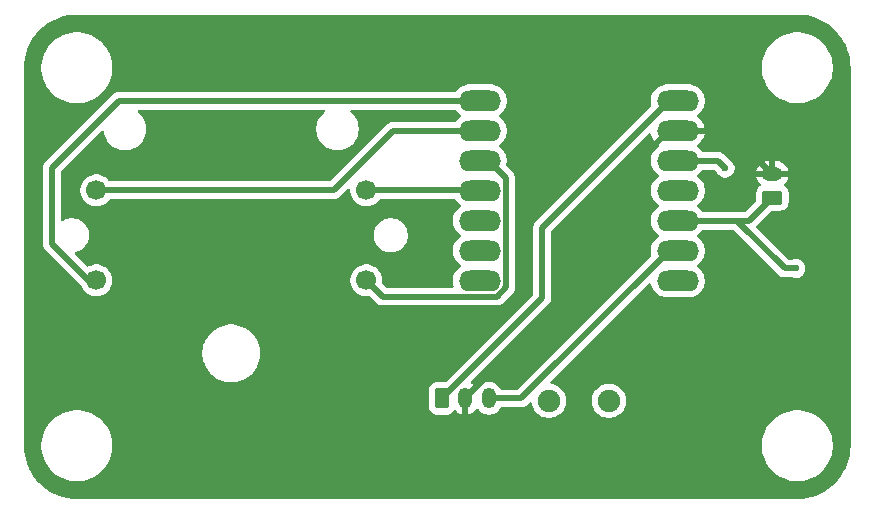
<source format=gbr>
%TF.GenerationSoftware,KiCad,Pcbnew,9.0.6*%
%TF.CreationDate,2026-02-28T16:28:42-08:00*%
%TF.ProjectId,display_new,64697370-6c61-4795-9f6e-65772e6b6963,rev?*%
%TF.SameCoordinates,Original*%
%TF.FileFunction,Copper,L2,Bot*%
%TF.FilePolarity,Positive*%
%FSLAX46Y46*%
G04 Gerber Fmt 4.6, Leading zero omitted, Abs format (unit mm)*
G04 Created by KiCad (PCBNEW 9.0.6) date 2026-02-28 16:28:42*
%MOMM*%
%LPD*%
G01*
G04 APERTURE LIST*
G04 Aperture macros list*
%AMRoundRect*
0 Rectangle with rounded corners*
0 $1 Rounding radius*
0 $2 $3 $4 $5 $6 $7 $8 $9 X,Y pos of 4 corners*
0 Add a 4 corners polygon primitive as box body*
4,1,4,$2,$3,$4,$5,$6,$7,$8,$9,$2,$3,0*
0 Add four circle primitives for the rounded corners*
1,1,$1+$1,$2,$3*
1,1,$1+$1,$4,$5*
1,1,$1+$1,$6,$7*
1,1,$1+$1,$8,$9*
0 Add four rect primitives between the rounded corners*
20,1,$1+$1,$2,$3,$4,$5,0*
20,1,$1+$1,$4,$5,$6,$7,0*
20,1,$1+$1,$6,$7,$8,$9,0*
20,1,$1+$1,$8,$9,$2,$3,0*%
G04 Aperture macros list end*
%TA.AperFunction,ComponentPad*%
%ADD10O,1.750000X1.200000*%
%TD*%
%TA.AperFunction,ComponentPad*%
%ADD11RoundRect,0.250000X0.625000X-0.350000X0.625000X0.350000X-0.625000X0.350000X-0.625000X-0.350000X0*%
%TD*%
%TA.AperFunction,ComponentPad*%
%ADD12C,1.700000*%
%TD*%
%TA.AperFunction,ComponentPad*%
%ADD13RoundRect,0.250000X-0.350000X-0.625000X0.350000X-0.625000X0.350000X0.625000X-0.350000X0.625000X0*%
%TD*%
%TA.AperFunction,ComponentPad*%
%ADD14O,1.200000X1.750000*%
%TD*%
%TA.AperFunction,ComponentPad*%
%ADD15O,3.556000X1.778000*%
%TD*%
%TA.AperFunction,ComponentPad*%
%ADD16C,1.905000*%
%TD*%
%TA.AperFunction,ViaPad*%
%ADD17C,0.600000*%
%TD*%
%TA.AperFunction,Conductor*%
%ADD18C,0.500000*%
%TD*%
G04 APERTURE END LIST*
D10*
%TO.P,J2,2,Pin_2*%
%TO.N,GND*%
X154500000Y-84000000D03*
D11*
%TO.P,J2,1,Pin_1*%
%TO.N,/RESET_BTN*%
X154500000Y-86000000D03*
%TD*%
D12*
%TO.P,M1,4*%
%TO.N,/MOTOR_B2*%
X120120000Y-85380000D03*
%TO.P,M1,3*%
%TO.N,/MOTOR_B1*%
X120120000Y-93000000D03*
%TO.P,M1,2,-*%
%TO.N,/MOTOR_A2*%
X97260000Y-85380000D03*
%TO.P,M1,1*%
%TO.N,/MOTOR_A1*%
X97260000Y-93000000D03*
%TD*%
D13*
%TO.P,J1,1,Pin_1*%
%TO.N,+5V*%
X126500000Y-103000000D03*
D14*
%TO.P,J1,2,Pin_2*%
%TO.N,GND*%
X128500000Y-103000000D03*
%TO.P,J1,3,Pin_3*%
%TO.N,/NEO_DATA*%
X130500000Y-103000000D03*
%TD*%
D15*
%TO.P,U1,1,GPIO1_A0_D0*%
%TO.N,/MOTOR_A1*%
X129738000Y-77800000D03*
%TO.P,U1,2,GPIO2_A1_D1*%
%TO.N,/MOTOR_A2*%
X129738000Y-80340000D03*
%TO.P,U1,3,GPIO3_A2_D2*%
%TO.N,/MOTOR_B1*%
X129738000Y-82880000D03*
%TO.P,U1,4,GPIO4_A3_D3*%
%TO.N,/MOTOR_B2*%
X129738000Y-85420000D03*
%TO.P,U1,5,GPIO4_A3_D3_SDA*%
%TO.N,unconnected-(U1-GPIO4_A3_D3_SDA-Pad5)*%
X129738000Y-87960000D03*
%TO.P,U1,6,GPIO6_A5_D5_SCL*%
%TO.N,unconnected-(U1-GPIO6_A5_D5_SCL-Pad6)*%
X129738000Y-90500000D03*
%TO.P,U1,7,GPIO43_TX_D6*%
%TO.N,unconnected-(U1-GPIO43_TX_D6-Pad7)*%
X129738000Y-93040000D03*
%TO.P,U1,8,GPIO44_D7_RX*%
%TO.N,unconnected-(U1-GPIO44_D7_RX-Pad8)*%
X146502000Y-93040000D03*
%TO.P,U1,9,GPIO7_A8_D8_SCK*%
%TO.N,/NEO_DATA*%
X146502000Y-90500000D03*
%TO.P,U1,10,GPIO8_A9_D9_CIPO*%
%TO.N,/RESET_BTN*%
X146502000Y-87960000D03*
%TO.P,U1,11,GPIO9_A10_D10_COPI*%
%TO.N,unconnected-(U1-GPIO9_A10_D10_COPI-Pad11)*%
X146502000Y-85420000D03*
%TO.P,U1,12,3V3*%
%TO.N,+3V3*%
X146502000Y-82880000D03*
%TO.P,U1,13,GND*%
%TO.N,GND*%
X146502000Y-80340000D03*
%TO.P,U1,14,5V*%
%TO.N,+5V*%
X146502000Y-77800000D03*
D16*
%TO.P,U1,15,+BATT*%
%TO.N,unconnected-(U1-+BATT-Pad15)*%
X135580000Y-103200000D03*
%TO.P,U1,16,-BATT*%
%TO.N,unconnected-(U1--BATT-Pad16)*%
X140660000Y-103200000D03*
%TD*%
D17*
%TO.N,/RESET_BTN*%
X156500000Y-92000000D03*
%TO.N,+3V3*%
X150500000Y-83500000D03*
%TD*%
D18*
%TO.N,/RESET_BTN*%
X145740000Y-87960000D02*
X151500000Y-87960000D01*
X155540000Y-92000000D02*
X151500000Y-87960000D01*
X156500000Y-92000000D02*
X155540000Y-92000000D01*
%TO.N,+3V3*%
X149880000Y-82880000D02*
X150500000Y-83500000D01*
X145740000Y-82880000D02*
X149880000Y-82880000D01*
%TO.N,/RESET_BTN*%
X151500000Y-87960000D02*
X152540000Y-87960000D01*
X152540000Y-87960000D02*
X154500000Y-86000000D01*
%TO.N,GND*%
X145740000Y-80340000D02*
X150840000Y-80340000D01*
X150840000Y-80340000D02*
X154500000Y-84000000D01*
%TO.N,/NEO_DATA*%
X145740000Y-90500000D02*
X133240000Y-103000000D01*
X133240000Y-103000000D02*
X130500000Y-103000000D01*
%TO.N,GND*%
X145740000Y-80340000D02*
X144000000Y-82080000D01*
X144000000Y-82080000D02*
X144000000Y-87500000D01*
X144000000Y-87500000D02*
X128500000Y-103000000D01*
%TO.N,+5V*%
X145740000Y-77800000D02*
X135000000Y-88540000D01*
X135000000Y-88540000D02*
X135000000Y-94500000D01*
X135000000Y-94500000D02*
X126500000Y-103000000D01*
%TO.N,GND*%
X145900000Y-80500000D02*
X145740000Y-80340000D01*
%TO.N,/MOTOR_B1*%
X130500000Y-82880000D02*
X131967000Y-84347000D01*
X131967000Y-84347000D02*
X131967000Y-93595046D01*
X131182046Y-94380000D02*
X121500000Y-94380000D01*
X131967000Y-93595046D02*
X131182046Y-94380000D01*
X121500000Y-94380000D02*
X120120000Y-93000000D01*
%TO.N,/MOTOR_B2*%
X130500000Y-85420000D02*
X130460000Y-85380000D01*
X130460000Y-85380000D02*
X120120000Y-85380000D01*
%TO.N,/MOTOR_A1*%
X130500000Y-77800000D02*
X99179447Y-77800000D01*
X99179447Y-77800000D02*
X93489000Y-83490447D01*
X93489000Y-83490447D02*
X93489000Y-89894578D01*
X93489000Y-89894578D02*
X96594422Y-93000000D01*
X96594422Y-93000000D02*
X97260000Y-93000000D01*
%TO.N,/MOTOR_A2*%
X97260000Y-85380000D02*
X117359447Y-85380000D01*
X117359447Y-85380000D02*
X122399447Y-80340000D01*
X122399447Y-80340000D02*
X130500000Y-80340000D01*
%TD*%
%TA.AperFunction,Conductor*%
%TO.N,GND*%
G36*
X144173093Y-80530786D02*
G01*
X144229026Y-80572658D01*
X144252232Y-80627568D01*
X144258202Y-80665260D01*
X144325761Y-80873188D01*
X144325762Y-80873191D01*
X144425023Y-81067998D01*
X144553524Y-81244866D01*
X144553528Y-81244871D01*
X144708128Y-81399471D01*
X144708133Y-81399475D01*
X144859394Y-81509372D01*
X144902060Y-81564701D01*
X144908039Y-81634315D01*
X144875434Y-81696110D01*
X144859394Y-81710008D01*
X144707807Y-81820142D01*
X144707802Y-81820146D01*
X144553142Y-81974806D01*
X144424595Y-82151739D01*
X144325298Y-82346616D01*
X144325297Y-82346619D01*
X144257714Y-82554623D01*
X144223500Y-82770638D01*
X144223500Y-82989361D01*
X144257714Y-83205376D01*
X144325297Y-83413380D01*
X144325298Y-83413383D01*
X144424595Y-83608260D01*
X144553142Y-83785193D01*
X144707806Y-83939857D01*
X144858969Y-84049682D01*
X144901635Y-84105011D01*
X144907614Y-84174625D01*
X144875009Y-84236420D01*
X144858969Y-84250318D01*
X144707806Y-84360142D01*
X144553142Y-84514806D01*
X144424595Y-84691739D01*
X144325298Y-84886616D01*
X144325297Y-84886619D01*
X144257714Y-85094623D01*
X144223500Y-85310638D01*
X144223500Y-85529361D01*
X144257714Y-85745376D01*
X144325297Y-85953380D01*
X144325298Y-85953383D01*
X144372021Y-86045080D01*
X144419850Y-86138949D01*
X144424595Y-86148260D01*
X144553142Y-86325193D01*
X144707806Y-86479857D01*
X144858969Y-86589682D01*
X144901635Y-86645011D01*
X144907614Y-86714625D01*
X144875009Y-86776420D01*
X144858969Y-86790318D01*
X144707806Y-86900142D01*
X144553142Y-87054806D01*
X144424595Y-87231739D01*
X144325298Y-87426616D01*
X144325297Y-87426619D01*
X144257714Y-87634623D01*
X144223500Y-87850638D01*
X144223500Y-88069361D01*
X144257714Y-88285376D01*
X144325297Y-88493380D01*
X144325298Y-88493383D01*
X144424595Y-88688260D01*
X144553142Y-88865193D01*
X144707806Y-89019857D01*
X144858969Y-89129682D01*
X144901635Y-89185011D01*
X144907614Y-89254625D01*
X144875009Y-89316420D01*
X144858969Y-89330318D01*
X144707806Y-89440142D01*
X144553142Y-89594806D01*
X144424595Y-89771739D01*
X144325298Y-89966616D01*
X144325297Y-89966619D01*
X144257714Y-90174623D01*
X144223500Y-90390638D01*
X144223500Y-90609361D01*
X144257714Y-90825375D01*
X144258853Y-90830121D01*
X144257810Y-90830371D01*
X144259658Y-90895060D01*
X144227413Y-90951218D01*
X132965451Y-102213181D01*
X132904128Y-102246666D01*
X132877770Y-102249500D01*
X131568827Y-102249500D01*
X131501788Y-102229815D01*
X131458343Y-102181795D01*
X131441232Y-102148212D01*
X131441230Y-102148209D01*
X131441229Y-102148207D01*
X131400185Y-102091716D01*
X131339414Y-102008072D01*
X131216928Y-101885586D01*
X131076788Y-101783768D01*
X130922445Y-101705127D01*
X130757701Y-101651598D01*
X130757699Y-101651597D01*
X130757698Y-101651597D01*
X130626271Y-101630781D01*
X130586611Y-101624500D01*
X130413389Y-101624500D01*
X130373728Y-101630781D01*
X130242302Y-101651597D01*
X130077552Y-101705128D01*
X129923211Y-101783768D01*
X129843256Y-101841859D01*
X129783072Y-101885586D01*
X129783070Y-101885588D01*
X129783069Y-101885588D01*
X129660585Y-102008072D01*
X129600007Y-102091450D01*
X129544677Y-102134115D01*
X129475063Y-102140093D01*
X129413269Y-102107486D01*
X129399371Y-102091447D01*
X129339036Y-102008401D01*
X129216602Y-101885967D01*
X129076521Y-101784194D01*
X129030282Y-101760633D01*
X128979487Y-101712658D01*
X128962692Y-101644837D01*
X128985230Y-101578702D01*
X128998886Y-101562480D01*
X135582951Y-94978416D01*
X135665084Y-94855495D01*
X135721658Y-94718913D01*
X135750500Y-94573918D01*
X135750500Y-94426083D01*
X135750500Y-88902228D01*
X135770185Y-88835189D01*
X135786814Y-88814552D01*
X144042080Y-80559285D01*
X144103401Y-80525802D01*
X144173093Y-80530786D01*
G37*
%TD.AperFunction*%
%TA.AperFunction,Conductor*%
G36*
X156622702Y-70500617D02*
G01*
X157006771Y-70517386D01*
X157017506Y-70518326D01*
X157395971Y-70568152D01*
X157406597Y-70570025D01*
X157779284Y-70652648D01*
X157789710Y-70655442D01*
X158153765Y-70770227D01*
X158163911Y-70773920D01*
X158516578Y-70920000D01*
X158526369Y-70924566D01*
X158864942Y-71100816D01*
X158874310Y-71106224D01*
X159196244Y-71311318D01*
X159205105Y-71317523D01*
X159507930Y-71549889D01*
X159516217Y-71556843D01*
X159797635Y-71814715D01*
X159805284Y-71822364D01*
X160063156Y-72103782D01*
X160070110Y-72112069D01*
X160302476Y-72414894D01*
X160308681Y-72423755D01*
X160513775Y-72745689D01*
X160519183Y-72755057D01*
X160695430Y-73093623D01*
X160700002Y-73103427D01*
X160846075Y-73456078D01*
X160849775Y-73466244D01*
X160964554Y-73830278D01*
X160967354Y-73840727D01*
X161049971Y-74213389D01*
X161051849Y-74224042D01*
X161101671Y-74602473D01*
X161102614Y-74613249D01*
X161119382Y-74997297D01*
X161119500Y-75002706D01*
X161119500Y-106997293D01*
X161119382Y-107002702D01*
X161102614Y-107386750D01*
X161101671Y-107397526D01*
X161051849Y-107775957D01*
X161049971Y-107786610D01*
X160967354Y-108159272D01*
X160964554Y-108169721D01*
X160849775Y-108533755D01*
X160846075Y-108543921D01*
X160700002Y-108896572D01*
X160695430Y-108906376D01*
X160519183Y-109244942D01*
X160513775Y-109254310D01*
X160308681Y-109576244D01*
X160302476Y-109585105D01*
X160070110Y-109887930D01*
X160063156Y-109896217D01*
X159805284Y-110177635D01*
X159797635Y-110185284D01*
X159516217Y-110443156D01*
X159507930Y-110450110D01*
X159205105Y-110682476D01*
X159196244Y-110688681D01*
X158874310Y-110893775D01*
X158864942Y-110899183D01*
X158526376Y-111075430D01*
X158516572Y-111080002D01*
X158163921Y-111226075D01*
X158153755Y-111229775D01*
X157789721Y-111344554D01*
X157779272Y-111347354D01*
X157406610Y-111429971D01*
X157395957Y-111431849D01*
X157017526Y-111481671D01*
X157006750Y-111482614D01*
X156622703Y-111499382D01*
X156617294Y-111499500D01*
X95622706Y-111499500D01*
X95617297Y-111499382D01*
X95233249Y-111482614D01*
X95222473Y-111481671D01*
X94844042Y-111431849D01*
X94833389Y-111429971D01*
X94460727Y-111347354D01*
X94450278Y-111344554D01*
X94086244Y-111229775D01*
X94076078Y-111226075D01*
X93723427Y-111080002D01*
X93713623Y-111075430D01*
X93375057Y-110899183D01*
X93365689Y-110893775D01*
X93043755Y-110688681D01*
X93034894Y-110682476D01*
X92732069Y-110450110D01*
X92723782Y-110443156D01*
X92442364Y-110185284D01*
X92434715Y-110177635D01*
X92176843Y-109896217D01*
X92169889Y-109887930D01*
X91937523Y-109585105D01*
X91931318Y-109576244D01*
X91726224Y-109254310D01*
X91720816Y-109244942D01*
X91590818Y-108995219D01*
X91544566Y-108906369D01*
X91539997Y-108896572D01*
X91393924Y-108543921D01*
X91390224Y-108533755D01*
X91380623Y-108503304D01*
X91275442Y-108169710D01*
X91272648Y-108159284D01*
X91190025Y-107786597D01*
X91188152Y-107775971D01*
X91138326Y-107397506D01*
X91137386Y-107386771D01*
X91120618Y-107002702D01*
X91120500Y-106997293D01*
X91120500Y-106831491D01*
X92619500Y-106831491D01*
X92619500Y-107168508D01*
X92657231Y-107503381D01*
X92657233Y-107503397D01*
X92732223Y-107831953D01*
X92732227Y-107831965D01*
X92843532Y-108150054D01*
X92989752Y-108453683D01*
X92989754Y-108453686D01*
X93169054Y-108739039D01*
X93379175Y-109002523D01*
X93617477Y-109240825D01*
X93880961Y-109450946D01*
X94166314Y-109630246D01*
X94469949Y-109776469D01*
X94708848Y-109860063D01*
X94788034Y-109887772D01*
X94788046Y-109887776D01*
X95116606Y-109962767D01*
X95451492Y-110000499D01*
X95451493Y-110000500D01*
X95451496Y-110000500D01*
X95788507Y-110000500D01*
X95788507Y-110000499D01*
X96123394Y-109962767D01*
X96451954Y-109887776D01*
X96770051Y-109776469D01*
X97073686Y-109630246D01*
X97359039Y-109450946D01*
X97622523Y-109240825D01*
X97860825Y-109002523D01*
X98070946Y-108739039D01*
X98250246Y-108453686D01*
X98396469Y-108150051D01*
X98507776Y-107831954D01*
X98582767Y-107503394D01*
X98620500Y-107168504D01*
X98620500Y-106831496D01*
X98620499Y-106831491D01*
X153619500Y-106831491D01*
X153619500Y-107168508D01*
X153657231Y-107503381D01*
X153657233Y-107503397D01*
X153732223Y-107831953D01*
X153732227Y-107831965D01*
X153843532Y-108150054D01*
X153989752Y-108453683D01*
X153989754Y-108453686D01*
X154169054Y-108739039D01*
X154379175Y-109002523D01*
X154617477Y-109240825D01*
X154880961Y-109450946D01*
X155166314Y-109630246D01*
X155469949Y-109776469D01*
X155708848Y-109860063D01*
X155788034Y-109887772D01*
X155788046Y-109887776D01*
X156116606Y-109962767D01*
X156451492Y-110000499D01*
X156451493Y-110000500D01*
X156451496Y-110000500D01*
X156788507Y-110000500D01*
X156788507Y-110000499D01*
X157123394Y-109962767D01*
X157451954Y-109887776D01*
X157770051Y-109776469D01*
X158073686Y-109630246D01*
X158359039Y-109450946D01*
X158622523Y-109240825D01*
X158860825Y-109002523D01*
X159070946Y-108739039D01*
X159250246Y-108453686D01*
X159396469Y-108150051D01*
X159507776Y-107831954D01*
X159582767Y-107503394D01*
X159620500Y-107168504D01*
X159620500Y-106831496D01*
X159582767Y-106496606D01*
X159507776Y-106168046D01*
X159396469Y-105849949D01*
X159250246Y-105546314D01*
X159070946Y-105260961D01*
X158860825Y-104997477D01*
X158622523Y-104759175D01*
X158359039Y-104549054D01*
X158082829Y-104375499D01*
X158073683Y-104369752D01*
X157770054Y-104223532D01*
X157451965Y-104112227D01*
X157451953Y-104112223D01*
X157123397Y-104037233D01*
X157123381Y-104037231D01*
X156788508Y-103999500D01*
X156788504Y-103999500D01*
X156451496Y-103999500D01*
X156451491Y-103999500D01*
X156116618Y-104037231D01*
X156116602Y-104037233D01*
X155788046Y-104112223D01*
X155788034Y-104112227D01*
X155469945Y-104223532D01*
X155166316Y-104369752D01*
X154880962Y-104549053D01*
X154617477Y-104759174D01*
X154379174Y-104997477D01*
X154169053Y-105260962D01*
X153989752Y-105546316D01*
X153843532Y-105849945D01*
X153732227Y-106168034D01*
X153732223Y-106168046D01*
X153657233Y-106496602D01*
X153657231Y-106496618D01*
X153619500Y-106831491D01*
X98620499Y-106831491D01*
X98582767Y-106496606D01*
X98507776Y-106168046D01*
X98396469Y-105849949D01*
X98250246Y-105546314D01*
X98070946Y-105260961D01*
X97860825Y-104997477D01*
X97622523Y-104759175D01*
X97359039Y-104549054D01*
X97082829Y-104375499D01*
X97073683Y-104369752D01*
X96770054Y-104223532D01*
X96451965Y-104112227D01*
X96451953Y-104112223D01*
X96123397Y-104037233D01*
X96123381Y-104037231D01*
X95788508Y-103999500D01*
X95788504Y-103999500D01*
X95451496Y-103999500D01*
X95451491Y-103999500D01*
X95116618Y-104037231D01*
X95116602Y-104037233D01*
X94788046Y-104112223D01*
X94788034Y-104112227D01*
X94469945Y-104223532D01*
X94166316Y-104369752D01*
X93880962Y-104549053D01*
X93617477Y-104759174D01*
X93379174Y-104997477D01*
X93169053Y-105260962D01*
X92989752Y-105546316D01*
X92843532Y-105849945D01*
X92732227Y-106168034D01*
X92732223Y-106168046D01*
X92657233Y-106496602D01*
X92657231Y-106496618D01*
X92619500Y-106831491D01*
X91120500Y-106831491D01*
X91120500Y-102324983D01*
X125399500Y-102324983D01*
X125399500Y-103675001D01*
X125399501Y-103675018D01*
X125410000Y-103777796D01*
X125410001Y-103777799D01*
X125437209Y-103859905D01*
X125465186Y-103944334D01*
X125557288Y-104093656D01*
X125681344Y-104217712D01*
X125830666Y-104309814D01*
X125997203Y-104364999D01*
X126099991Y-104375500D01*
X126900008Y-104375499D01*
X126900016Y-104375498D01*
X126900019Y-104375498D01*
X126956302Y-104369748D01*
X127002797Y-104364999D01*
X127169334Y-104309814D01*
X127318656Y-104217712D01*
X127442712Y-104093656D01*
X127482581Y-104029016D01*
X127534525Y-103982294D01*
X127603488Y-103971071D01*
X127667570Y-103998914D01*
X127675799Y-104006434D01*
X127783397Y-104114032D01*
X127923475Y-104215804D01*
X128077744Y-104294408D01*
X128242415Y-104347914D01*
X128242414Y-104347914D01*
X128249999Y-104349115D01*
X128250000Y-104349114D01*
X128250000Y-103280330D01*
X128269745Y-103300075D01*
X128355255Y-103349444D01*
X128450630Y-103375000D01*
X128549370Y-103375000D01*
X128644745Y-103349444D01*
X128730255Y-103300075D01*
X128750000Y-103280330D01*
X128750000Y-104349115D01*
X128757584Y-104347914D01*
X128922255Y-104294408D01*
X129076524Y-104215804D01*
X129216602Y-104114032D01*
X129339036Y-103991598D01*
X129399371Y-103908552D01*
X129454700Y-103865886D01*
X129524313Y-103859905D01*
X129586109Y-103892510D01*
X129600008Y-103908550D01*
X129620587Y-103936874D01*
X129660586Y-103991928D01*
X129783072Y-104114414D01*
X129923212Y-104216232D01*
X130077555Y-104294873D01*
X130242299Y-104348402D01*
X130413389Y-104375500D01*
X130413390Y-104375500D01*
X130586610Y-104375500D01*
X130586611Y-104375500D01*
X130757701Y-104348402D01*
X130922445Y-104294873D01*
X131076788Y-104216232D01*
X131216928Y-104114414D01*
X131339414Y-103991928D01*
X131441232Y-103851788D01*
X131458343Y-103818204D01*
X131506315Y-103767410D01*
X131568827Y-103750500D01*
X133313920Y-103750500D01*
X133411462Y-103731096D01*
X133458913Y-103721658D01*
X133595495Y-103665084D01*
X133644729Y-103632186D01*
X133718416Y-103582952D01*
X133935777Y-103365590D01*
X133997099Y-103332106D01*
X134066790Y-103337090D01*
X134122724Y-103378961D01*
X134145930Y-103433874D01*
X134162778Y-103540246D01*
X134162778Y-103540249D01*
X134233450Y-103757755D01*
X134310284Y-103908550D01*
X134337283Y-103961538D01*
X134471714Y-104146566D01*
X134633434Y-104308286D01*
X134818462Y-104442717D01*
X135022242Y-104546548D01*
X135022244Y-104546549D01*
X135239751Y-104617221D01*
X135239752Y-104617221D01*
X135239755Y-104617222D01*
X135465646Y-104653000D01*
X135465647Y-104653000D01*
X135694353Y-104653000D01*
X135694354Y-104653000D01*
X135920245Y-104617222D01*
X135920248Y-104617221D01*
X135920249Y-104617221D01*
X136137755Y-104546549D01*
X136137755Y-104546548D01*
X136137758Y-104546548D01*
X136341538Y-104442717D01*
X136526566Y-104308286D01*
X136688286Y-104146566D01*
X136822717Y-103961538D01*
X136926548Y-103757758D01*
X136956659Y-103665086D01*
X136997221Y-103540249D01*
X136997221Y-103540248D01*
X136997222Y-103540245D01*
X137033000Y-103314354D01*
X137033000Y-103085646D01*
X139207000Y-103085646D01*
X139207000Y-103314354D01*
X139217233Y-103378961D01*
X139242778Y-103540246D01*
X139242778Y-103540249D01*
X139313450Y-103757755D01*
X139390284Y-103908550D01*
X139417283Y-103961538D01*
X139551714Y-104146566D01*
X139713434Y-104308286D01*
X139898462Y-104442717D01*
X140102242Y-104546548D01*
X140102244Y-104546549D01*
X140319751Y-104617221D01*
X140319752Y-104617221D01*
X140319755Y-104617222D01*
X140545646Y-104653000D01*
X140545647Y-104653000D01*
X140774353Y-104653000D01*
X140774354Y-104653000D01*
X141000245Y-104617222D01*
X141000248Y-104617221D01*
X141000249Y-104617221D01*
X141217755Y-104546549D01*
X141217755Y-104546548D01*
X141217758Y-104546548D01*
X141421538Y-104442717D01*
X141606566Y-104308286D01*
X141768286Y-104146566D01*
X141902717Y-103961538D01*
X142006548Y-103757758D01*
X142036659Y-103665086D01*
X142077221Y-103540249D01*
X142077221Y-103540248D01*
X142077222Y-103540245D01*
X142113000Y-103314354D01*
X142113000Y-103085646D01*
X142077222Y-102859755D01*
X142077221Y-102859751D01*
X142077221Y-102859750D01*
X142006549Y-102642244D01*
X141902716Y-102438461D01*
X141768286Y-102253434D01*
X141606566Y-102091714D01*
X141421538Y-101957283D01*
X141217755Y-101853450D01*
X141000248Y-101782778D01*
X140830826Y-101755944D01*
X140774354Y-101747000D01*
X140545646Y-101747000D01*
X140470349Y-101758926D01*
X140319753Y-101782778D01*
X140319750Y-101782778D01*
X140102244Y-101853450D01*
X139898461Y-101957283D01*
X139828561Y-102008069D01*
X139713434Y-102091714D01*
X139713432Y-102091716D01*
X139713431Y-102091716D01*
X139551716Y-102253431D01*
X139551716Y-102253432D01*
X139551714Y-102253434D01*
X139499725Y-102324991D01*
X139417283Y-102438461D01*
X139313450Y-102642244D01*
X139242778Y-102859750D01*
X139242778Y-102859753D01*
X139226763Y-102960868D01*
X139207000Y-103085646D01*
X137033000Y-103085646D01*
X136997222Y-102859755D01*
X136997221Y-102859751D01*
X136997221Y-102859750D01*
X136926549Y-102642244D01*
X136822716Y-102438461D01*
X136688286Y-102253434D01*
X136526566Y-102091714D01*
X136341538Y-101957283D01*
X136137755Y-101853450D01*
X135920247Y-101782778D01*
X135813874Y-101765930D01*
X135750739Y-101736001D01*
X135713808Y-101676689D01*
X135714806Y-101606826D01*
X135745589Y-101555778D01*
X144041643Y-93259723D01*
X144102964Y-93226240D01*
X144172656Y-93231224D01*
X144228589Y-93273096D01*
X144251795Y-93328007D01*
X144257714Y-93365376D01*
X144325297Y-93573380D01*
X144325298Y-93573383D01*
X144424595Y-93768260D01*
X144553142Y-93945193D01*
X144707806Y-94099857D01*
X144873374Y-94220147D01*
X144884743Y-94228407D01*
X145012132Y-94293315D01*
X145079616Y-94327701D01*
X145079619Y-94327702D01*
X145149786Y-94350500D01*
X145287625Y-94395286D01*
X145387672Y-94411132D01*
X145503639Y-94429500D01*
X145503644Y-94429500D01*
X147500361Y-94429500D01*
X147605082Y-94412912D01*
X147716375Y-94395286D01*
X147924383Y-94327701D01*
X148119257Y-94228407D01*
X148220228Y-94155048D01*
X148296193Y-94099857D01*
X148296195Y-94099854D01*
X148296199Y-94099852D01*
X148450852Y-93945199D01*
X148450854Y-93945195D01*
X148450857Y-93945193D01*
X148507229Y-93867601D01*
X148579407Y-93768257D01*
X148678701Y-93573383D01*
X148746286Y-93365375D01*
X148764958Y-93247484D01*
X148780500Y-93149361D01*
X148780500Y-92930638D01*
X148755015Y-92769737D01*
X148746286Y-92714625D01*
X148703504Y-92582953D01*
X148678702Y-92506619D01*
X148678701Y-92506616D01*
X148644315Y-92439132D01*
X148579407Y-92311743D01*
X148565193Y-92292179D01*
X148450857Y-92134806D01*
X148296199Y-91980148D01*
X148282080Y-91969890D01*
X148145028Y-91870316D01*
X148102364Y-91814989D01*
X148096385Y-91745376D01*
X148128990Y-91683580D01*
X148145023Y-91669686D01*
X148296199Y-91559852D01*
X148450852Y-91405199D01*
X148450854Y-91405195D01*
X148450857Y-91405193D01*
X148570830Y-91240062D01*
X148579407Y-91228257D01*
X148678701Y-91033383D01*
X148746286Y-90825375D01*
X148763912Y-90714082D01*
X148780500Y-90609361D01*
X148780500Y-90390638D01*
X148758235Y-90250066D01*
X148746286Y-90174625D01*
X148712493Y-90070621D01*
X148678702Y-89966619D01*
X148678701Y-89966616D01*
X148644315Y-89899132D01*
X148579407Y-89771743D01*
X148561284Y-89746799D01*
X148450857Y-89594806D01*
X148296199Y-89440148D01*
X148296191Y-89440142D01*
X148145028Y-89330316D01*
X148102364Y-89274989D01*
X148096385Y-89205376D01*
X148128990Y-89143580D01*
X148145023Y-89129686D01*
X148296199Y-89019852D01*
X148450852Y-88865199D01*
X148526111Y-88761613D01*
X148581439Y-88718949D01*
X148626428Y-88710500D01*
X151137770Y-88710500D01*
X151204809Y-88730185D01*
X151225451Y-88746819D01*
X155061578Y-92582947D01*
X155061585Y-92582953D01*
X155119704Y-92621786D01*
X155119706Y-92621787D01*
X155119709Y-92621789D01*
X155184505Y-92665084D01*
X155184506Y-92665084D01*
X155184507Y-92665085D01*
X155229593Y-92683760D01*
X155321087Y-92721658D01*
X155321091Y-92721658D01*
X155321092Y-92721659D01*
X155466079Y-92750500D01*
X155466082Y-92750500D01*
X155466083Y-92750500D01*
X155613918Y-92750500D01*
X156195396Y-92750500D01*
X156242844Y-92759937D01*
X156266503Y-92769737D01*
X156266508Y-92769738D01*
X156266511Y-92769739D01*
X156421153Y-92800499D01*
X156421156Y-92800500D01*
X156421158Y-92800500D01*
X156578844Y-92800500D01*
X156578845Y-92800499D01*
X156733497Y-92769737D01*
X156879179Y-92709394D01*
X157010289Y-92621789D01*
X157121789Y-92510289D01*
X157209394Y-92379179D01*
X157269737Y-92233497D01*
X157300500Y-92078842D01*
X157300500Y-91921158D01*
X157300500Y-91921155D01*
X157300499Y-91921153D01*
X157287623Y-91856420D01*
X157269737Y-91766503D01*
X157269735Y-91766498D01*
X157209397Y-91620827D01*
X157209390Y-91620814D01*
X157121789Y-91489711D01*
X157121786Y-91489707D01*
X157010292Y-91378213D01*
X157010288Y-91378210D01*
X156879185Y-91290609D01*
X156879172Y-91290602D01*
X156733501Y-91230264D01*
X156733489Y-91230261D01*
X156578845Y-91199500D01*
X156578842Y-91199500D01*
X156421158Y-91199500D01*
X156421155Y-91199500D01*
X156266511Y-91230260D01*
X156266506Y-91230262D01*
X156266504Y-91230262D01*
X156266503Y-91230263D01*
X156242844Y-91240062D01*
X156195396Y-91249500D01*
X155902230Y-91249500D01*
X155835191Y-91229815D01*
X155814549Y-91213181D01*
X153169048Y-88567680D01*
X153135563Y-88506357D01*
X153140547Y-88436665D01*
X153169048Y-88392318D01*
X154424548Y-87136818D01*
X154485871Y-87103333D01*
X154512229Y-87100499D01*
X155175002Y-87100499D01*
X155175008Y-87100499D01*
X155277797Y-87089999D01*
X155444334Y-87034814D01*
X155593656Y-86942712D01*
X155717712Y-86818656D01*
X155809814Y-86669334D01*
X155864999Y-86502797D01*
X155875500Y-86400009D01*
X155875499Y-85599992D01*
X155868283Y-85529356D01*
X155864999Y-85497203D01*
X155864998Y-85497200D01*
X155809817Y-85330676D01*
X155809814Y-85330666D01*
X155717712Y-85181344D01*
X155593656Y-85057288D01*
X155593655Y-85057287D01*
X155529019Y-85017420D01*
X155482294Y-84965472D01*
X155471071Y-84896510D01*
X155498914Y-84832428D01*
X155506434Y-84824199D01*
X155614035Y-84716598D01*
X155715804Y-84576524D01*
X155794408Y-84422255D01*
X155847914Y-84257584D01*
X155849115Y-84250000D01*
X154780330Y-84250000D01*
X154800075Y-84230255D01*
X154849444Y-84144745D01*
X154875000Y-84049370D01*
X154875000Y-83950630D01*
X154849444Y-83855255D01*
X154800075Y-83769745D01*
X154780330Y-83750000D01*
X155849115Y-83750000D01*
X155849115Y-83749999D01*
X155847914Y-83742415D01*
X155794408Y-83577744D01*
X155715804Y-83423475D01*
X155614032Y-83283397D01*
X155491602Y-83160967D01*
X155351524Y-83059195D01*
X155197257Y-82980591D01*
X155032584Y-82927085D01*
X154861571Y-82900000D01*
X154750000Y-82900000D01*
X154750000Y-83719670D01*
X154730255Y-83699925D01*
X154644745Y-83650556D01*
X154549370Y-83625000D01*
X154450630Y-83625000D01*
X154355255Y-83650556D01*
X154269745Y-83699925D01*
X154250000Y-83719670D01*
X154250000Y-82900000D01*
X154138429Y-82900000D01*
X153967415Y-82927085D01*
X153802742Y-82980591D01*
X153648475Y-83059195D01*
X153508397Y-83160967D01*
X153385967Y-83283397D01*
X153284195Y-83423475D01*
X153205591Y-83577744D01*
X153152085Y-83742415D01*
X153150884Y-83749999D01*
X153150885Y-83750000D01*
X154219670Y-83750000D01*
X154199925Y-83769745D01*
X154150556Y-83855255D01*
X154125000Y-83950630D01*
X154125000Y-84049370D01*
X154150556Y-84144745D01*
X154199925Y-84230255D01*
X154219670Y-84250000D01*
X153150885Y-84250000D01*
X153152085Y-84257584D01*
X153205591Y-84422255D01*
X153284195Y-84576524D01*
X153385967Y-84716602D01*
X153493565Y-84824200D01*
X153527050Y-84885523D01*
X153522066Y-84955215D01*
X153480194Y-85011148D01*
X153470981Y-85017420D01*
X153406342Y-85057289D01*
X153282289Y-85181342D01*
X153190187Y-85330663D01*
X153190185Y-85330668D01*
X153162349Y-85414670D01*
X153135001Y-85497203D01*
X153135001Y-85497204D01*
X153135000Y-85497204D01*
X153124500Y-85599983D01*
X153124500Y-86262769D01*
X153104815Y-86329808D01*
X153088181Y-86350450D01*
X152265451Y-87173181D01*
X152204128Y-87206666D01*
X152177770Y-87209500D01*
X148626428Y-87209500D01*
X148559389Y-87189815D01*
X148526111Y-87158387D01*
X148450852Y-87054801D01*
X148296199Y-86900148D01*
X148145028Y-86790316D01*
X148102364Y-86734989D01*
X148096385Y-86665376D01*
X148128990Y-86603580D01*
X148145023Y-86589686D01*
X148296199Y-86479852D01*
X148450852Y-86325199D01*
X148450854Y-86325195D01*
X148450857Y-86325193D01*
X148555171Y-86181615D01*
X148579407Y-86148257D01*
X148678701Y-85953383D01*
X148746286Y-85745375D01*
X148763912Y-85634082D01*
X148780500Y-85529361D01*
X148780500Y-85310638D01*
X148760021Y-85181342D01*
X148746286Y-85094625D01*
X148686299Y-84910001D01*
X148678702Y-84886619D01*
X148678701Y-84886616D01*
X148592071Y-84716598D01*
X148579407Y-84691743D01*
X148565193Y-84672179D01*
X148450857Y-84514806D01*
X148296199Y-84360148D01*
X148281466Y-84349444D01*
X148145028Y-84250316D01*
X148102364Y-84194989D01*
X148096385Y-84125376D01*
X148128990Y-84063580D01*
X148145023Y-84049686D01*
X148296199Y-83939852D01*
X148450852Y-83785199D01*
X148526111Y-83681613D01*
X148581439Y-83638949D01*
X148626428Y-83630500D01*
X149517770Y-83630500D01*
X149547210Y-83639144D01*
X149577197Y-83645668D01*
X149582212Y-83649422D01*
X149584809Y-83650185D01*
X149605451Y-83666819D01*
X149753927Y-83815295D01*
X149780806Y-83855521D01*
X149790606Y-83879179D01*
X149790607Y-83879181D01*
X149878207Y-84010284D01*
X149878213Y-84010292D01*
X149989707Y-84121786D01*
X149989711Y-84121789D01*
X150120814Y-84209390D01*
X150120827Y-84209397D01*
X150266498Y-84269735D01*
X150266503Y-84269737D01*
X150419021Y-84300075D01*
X150421153Y-84300499D01*
X150421156Y-84300500D01*
X150421158Y-84300500D01*
X150578844Y-84300500D01*
X150578845Y-84300499D01*
X150733497Y-84269737D01*
X150879179Y-84209394D01*
X151010289Y-84121789D01*
X151121789Y-84010289D01*
X151209394Y-83879179D01*
X151213783Y-83868584D01*
X151267204Y-83739613D01*
X151269735Y-83733501D01*
X151269737Y-83733497D01*
X151300500Y-83578842D01*
X151300500Y-83421158D01*
X151300500Y-83421155D01*
X151300499Y-83421153D01*
X151271922Y-83277488D01*
X151269737Y-83266503D01*
X151246477Y-83210347D01*
X151209397Y-83120827D01*
X151209390Y-83120814D01*
X151121789Y-82989711D01*
X151121786Y-82989707D01*
X151010292Y-82878213D01*
X151010284Y-82878207D01*
X150879181Y-82790607D01*
X150879179Y-82790606D01*
X150855521Y-82780806D01*
X150815295Y-82753927D01*
X150358421Y-82297052D01*
X150358420Y-82297051D01*
X150268724Y-82237119D01*
X150235495Y-82214916D01*
X150235488Y-82214912D01*
X150098917Y-82158343D01*
X150098907Y-82158340D01*
X149953920Y-82129500D01*
X149953918Y-82129500D01*
X148626428Y-82129500D01*
X148559389Y-82109815D01*
X148526111Y-82078387D01*
X148450852Y-81974801D01*
X148296199Y-81820148D01*
X148296197Y-81820146D01*
X148296192Y-81820142D01*
X148144605Y-81710008D01*
X148101939Y-81654678D01*
X148095960Y-81585065D01*
X148128565Y-81523270D01*
X148144605Y-81509371D01*
X148295873Y-81399469D01*
X148450471Y-81244871D01*
X148450475Y-81244866D01*
X148578976Y-81067998D01*
X148678237Y-80873191D01*
X148678238Y-80873188D01*
X148745798Y-80665258D01*
X148757718Y-80590000D01*
X146626000Y-80590000D01*
X146558961Y-80570315D01*
X146513206Y-80517511D01*
X146502000Y-80466000D01*
X146502000Y-80214000D01*
X146521685Y-80146961D01*
X146574489Y-80101206D01*
X146626000Y-80090000D01*
X148757718Y-80090000D01*
X148745798Y-80014741D01*
X148678238Y-79806811D01*
X148678237Y-79806808D01*
X148578976Y-79612001D01*
X148450475Y-79435133D01*
X148450471Y-79435128D01*
X148295871Y-79280528D01*
X148295866Y-79280524D01*
X148144605Y-79170627D01*
X148101939Y-79115297D01*
X148095960Y-79045684D01*
X148128565Y-78983889D01*
X148144599Y-78969994D01*
X148296199Y-78859852D01*
X148450852Y-78705199D01*
X148450854Y-78705195D01*
X148450857Y-78705193D01*
X148510581Y-78622989D01*
X148579407Y-78528257D01*
X148678701Y-78333383D01*
X148746286Y-78125375D01*
X148766064Y-78000499D01*
X148780500Y-77909361D01*
X148780500Y-77690638D01*
X148760595Y-77564971D01*
X148746286Y-77474625D01*
X148678701Y-77266617D01*
X148678701Y-77266616D01*
X148611593Y-77134912D01*
X148579407Y-77071743D01*
X148557108Y-77041051D01*
X148450857Y-76894806D01*
X148296193Y-76740142D01*
X148119260Y-76611595D01*
X148119259Y-76611594D01*
X148119257Y-76611593D01*
X148056825Y-76579782D01*
X147924383Y-76512298D01*
X147924380Y-76512297D01*
X147716376Y-76444714D01*
X147500361Y-76410500D01*
X147500356Y-76410500D01*
X145503644Y-76410500D01*
X145503639Y-76410500D01*
X145287623Y-76444714D01*
X145079619Y-76512297D01*
X145079616Y-76512298D01*
X144884739Y-76611595D01*
X144707806Y-76740142D01*
X144553142Y-76894806D01*
X144424595Y-77071739D01*
X144325298Y-77266616D01*
X144325297Y-77266619D01*
X144257714Y-77474623D01*
X144223500Y-77690638D01*
X144223500Y-77909361D01*
X144257714Y-78125375D01*
X144258853Y-78130121D01*
X144257810Y-78130371D01*
X144259658Y-78195060D01*
X144227413Y-78251218D01*
X134417049Y-88061582D01*
X134417047Y-88061585D01*
X134402322Y-88083621D01*
X134402323Y-88083622D01*
X134334914Y-88184508D01*
X134278343Y-88321082D01*
X134278340Y-88321092D01*
X134249500Y-88466079D01*
X134249500Y-94137769D01*
X134229815Y-94204808D01*
X134213181Y-94225450D01*
X126850449Y-101588181D01*
X126789126Y-101621666D01*
X126762768Y-101624500D01*
X126099998Y-101624500D01*
X126099980Y-101624501D01*
X125997203Y-101635000D01*
X125997200Y-101635001D01*
X125830668Y-101690185D01*
X125830663Y-101690187D01*
X125681342Y-101782289D01*
X125557289Y-101906342D01*
X125465187Y-102055663D01*
X125465185Y-102055668D01*
X125439191Y-102134115D01*
X125410001Y-102222203D01*
X125410001Y-102222204D01*
X125410000Y-102222204D01*
X125399500Y-102324983D01*
X91120500Y-102324983D01*
X91120500Y-99052378D01*
X106239500Y-99052378D01*
X106239500Y-99327621D01*
X106270315Y-99601108D01*
X106270317Y-99601124D01*
X106331561Y-99869453D01*
X106331565Y-99869465D01*
X106422467Y-100129246D01*
X106541884Y-100377218D01*
X106541886Y-100377221D01*
X106688319Y-100610268D01*
X106859925Y-100825455D01*
X107054545Y-101020075D01*
X107269732Y-101191681D01*
X107502779Y-101338114D01*
X107750757Y-101457534D01*
X107945865Y-101525805D01*
X108010534Y-101548434D01*
X108010546Y-101548438D01*
X108278879Y-101609683D01*
X108552378Y-101640499D01*
X108552379Y-101640500D01*
X108552383Y-101640500D01*
X108827621Y-101640500D01*
X108827621Y-101640499D01*
X109101121Y-101609683D01*
X109369454Y-101548438D01*
X109629243Y-101457534D01*
X109877221Y-101338114D01*
X110110268Y-101191681D01*
X110325455Y-101020075D01*
X110520075Y-100825455D01*
X110691681Y-100610268D01*
X110838114Y-100377221D01*
X110957534Y-100129243D01*
X111048438Y-99869454D01*
X111109683Y-99601121D01*
X111140500Y-99327617D01*
X111140500Y-99052383D01*
X111109683Y-98778879D01*
X111048438Y-98510546D01*
X110957534Y-98250757D01*
X110838114Y-98002779D01*
X110691681Y-97769732D01*
X110520075Y-97554545D01*
X110325455Y-97359925D01*
X110110268Y-97188319D01*
X109877221Y-97041886D01*
X109877218Y-97041884D01*
X109629246Y-96922467D01*
X109369465Y-96831565D01*
X109369453Y-96831561D01*
X109101124Y-96770317D01*
X109101108Y-96770315D01*
X108827621Y-96739500D01*
X108827617Y-96739500D01*
X108552383Y-96739500D01*
X108552379Y-96739500D01*
X108278891Y-96770315D01*
X108278875Y-96770317D01*
X108010546Y-96831561D01*
X108010534Y-96831565D01*
X107750753Y-96922467D01*
X107502781Y-97041884D01*
X107269733Y-97188318D01*
X107054545Y-97359924D01*
X106859924Y-97554545D01*
X106688318Y-97769733D01*
X106541884Y-98002781D01*
X106422467Y-98250753D01*
X106331565Y-98510534D01*
X106331561Y-98510546D01*
X106270317Y-98778875D01*
X106270315Y-98778891D01*
X106239500Y-99052378D01*
X91120500Y-99052378D01*
X91120500Y-89968498D01*
X92738499Y-89968498D01*
X92767340Y-90113485D01*
X92767343Y-90113495D01*
X92823912Y-90250066D01*
X92823916Y-90250073D01*
X92844637Y-90281084D01*
X92844638Y-90281087D01*
X92844639Y-90281087D01*
X92906051Y-90372998D01*
X92906052Y-90372999D01*
X95966684Y-93433630D01*
X95996933Y-93482990D01*
X96008443Y-93518413D01*
X96104951Y-93707820D01*
X96229890Y-93879786D01*
X96380213Y-94030109D01*
X96552179Y-94155048D01*
X96552181Y-94155049D01*
X96552184Y-94155051D01*
X96741588Y-94251557D01*
X96943757Y-94317246D01*
X97153713Y-94350500D01*
X97153714Y-94350500D01*
X97366286Y-94350500D01*
X97366287Y-94350500D01*
X97576243Y-94317246D01*
X97778412Y-94251557D01*
X97967816Y-94155051D01*
X98043785Y-94099857D01*
X98139786Y-94030109D01*
X98139788Y-94030106D01*
X98139792Y-94030104D01*
X98290104Y-93879792D01*
X98290106Y-93879788D01*
X98290109Y-93879786D01*
X98415048Y-93707820D01*
X98415047Y-93707820D01*
X98415051Y-93707816D01*
X98511557Y-93518412D01*
X98577246Y-93316243D01*
X98610500Y-93106287D01*
X98610500Y-92893713D01*
X98577246Y-92683757D01*
X98511557Y-92481588D01*
X98415051Y-92292184D01*
X98415049Y-92292181D01*
X98415048Y-92292179D01*
X98290109Y-92120213D01*
X98139786Y-91969890D01*
X97967820Y-91844951D01*
X97778414Y-91748444D01*
X97778413Y-91748443D01*
X97778412Y-91748443D01*
X97576243Y-91682754D01*
X97576241Y-91682753D01*
X97576240Y-91682753D01*
X97414957Y-91657208D01*
X97366287Y-91649500D01*
X97153713Y-91649500D01*
X97105042Y-91657208D01*
X96943760Y-91682753D01*
X96741585Y-91748444D01*
X96598375Y-91821413D01*
X96529705Y-91834309D01*
X96464965Y-91808032D01*
X96454399Y-91798609D01*
X95469234Y-90813444D01*
X95435749Y-90752121D01*
X95440733Y-90682429D01*
X95482605Y-90626496D01*
X95525107Y-90606539D01*
X95525026Y-90606290D01*
X95527013Y-90605644D01*
X95527998Y-90605182D01*
X95529640Y-90604787D01*
X95529660Y-90604784D01*
X95746799Y-90534231D01*
X95950228Y-90430579D01*
X96134937Y-90296379D01*
X96296379Y-90134937D01*
X96430579Y-89950228D01*
X96534231Y-89746799D01*
X96604784Y-89529660D01*
X96615241Y-89463638D01*
X96640500Y-89304162D01*
X96640500Y-89075837D01*
X120739500Y-89075837D01*
X120739500Y-89304162D01*
X120775215Y-89529660D01*
X120845770Y-89746803D01*
X120949421Y-89950228D01*
X121083621Y-90134937D01*
X121245063Y-90296379D01*
X121429772Y-90430579D01*
X121525884Y-90479550D01*
X121633196Y-90534229D01*
X121633198Y-90534229D01*
X121633201Y-90534231D01*
X121749592Y-90572049D01*
X121850339Y-90604784D01*
X122075838Y-90640500D01*
X122075843Y-90640500D01*
X122304162Y-90640500D01*
X122529660Y-90604784D01*
X122529672Y-90604780D01*
X122746799Y-90534231D01*
X122950228Y-90430579D01*
X123134937Y-90296379D01*
X123296379Y-90134937D01*
X123430579Y-89950228D01*
X123534231Y-89746799D01*
X123604784Y-89529660D01*
X123615241Y-89463638D01*
X123640500Y-89304162D01*
X123640500Y-89075837D01*
X123604784Y-88850339D01*
X123534229Y-88633196D01*
X123430578Y-88429771D01*
X123403367Y-88392318D01*
X123296379Y-88245063D01*
X123134937Y-88083621D01*
X122950228Y-87949421D01*
X122946360Y-87947450D01*
X122746803Y-87845770D01*
X122529660Y-87775215D01*
X122304162Y-87739500D01*
X122304157Y-87739500D01*
X122075843Y-87739500D01*
X122075838Y-87739500D01*
X121850339Y-87775215D01*
X121633196Y-87845770D01*
X121429771Y-87949421D01*
X121245060Y-88083623D01*
X121083622Y-88245061D01*
X120949421Y-88429771D01*
X120845770Y-88633196D01*
X120775215Y-88850339D01*
X120739500Y-89075837D01*
X96640500Y-89075837D01*
X96604784Y-88850339D01*
X96534229Y-88633196D01*
X96430578Y-88429771D01*
X96403367Y-88392318D01*
X96296379Y-88245063D01*
X96134937Y-88083621D01*
X95950228Y-87949421D01*
X95946360Y-87947450D01*
X95746803Y-87845770D01*
X95529660Y-87775215D01*
X95304162Y-87739500D01*
X95304157Y-87739500D01*
X95075843Y-87739500D01*
X95075838Y-87739500D01*
X94850339Y-87775215D01*
X94633196Y-87845770D01*
X94429769Y-87949422D01*
X94428280Y-87950335D01*
X94427637Y-87950508D01*
X94425431Y-87951633D01*
X94425194Y-87951169D01*
X94360832Y-87968572D01*
X94294232Y-87947450D01*
X94249624Y-87893674D01*
X94239500Y-87844601D01*
X94239500Y-83852676D01*
X94259185Y-83785637D01*
X94275819Y-83764995D01*
X95962429Y-82078385D01*
X97693472Y-80347341D01*
X97754793Y-80313858D01*
X97824485Y-80318842D01*
X97880418Y-80360714D01*
X97904090Y-80418838D01*
X97920306Y-80542010D01*
X97981394Y-80769993D01*
X98071714Y-80988045D01*
X98071719Y-80988056D01*
X98130866Y-81090500D01*
X98189727Y-81192450D01*
X98189729Y-81192453D01*
X98189730Y-81192454D01*
X98333406Y-81379697D01*
X98333412Y-81379704D01*
X98500295Y-81546587D01*
X98500302Y-81546593D01*
X98582936Y-81610000D01*
X98687550Y-81690273D01*
X98818918Y-81766118D01*
X98891943Y-81808280D01*
X98891948Y-81808282D01*
X98891951Y-81808284D01*
X99110007Y-81898606D01*
X99337986Y-81959693D01*
X99571989Y-81990500D01*
X99571996Y-81990500D01*
X99808004Y-81990500D01*
X99808011Y-81990500D01*
X100042014Y-81959693D01*
X100269993Y-81898606D01*
X100488049Y-81808284D01*
X100692450Y-81690273D01*
X100879699Y-81546592D01*
X101046592Y-81379699D01*
X101190273Y-81192450D01*
X101308284Y-80988049D01*
X101398606Y-80769993D01*
X101459693Y-80542014D01*
X101490500Y-80308011D01*
X101490500Y-80071989D01*
X101459693Y-79837986D01*
X101398606Y-79610007D01*
X101308284Y-79391951D01*
X101308282Y-79391948D01*
X101308280Y-79391943D01*
X101243954Y-79280528D01*
X101190273Y-79187550D01*
X101046592Y-79000301D01*
X101046587Y-79000295D01*
X100879704Y-78833412D01*
X100879697Y-78833406D01*
X100800813Y-78772876D01*
X100759610Y-78716448D01*
X100755455Y-78646702D01*
X100789667Y-78585782D01*
X100851385Y-78553029D01*
X100876299Y-78550500D01*
X116503701Y-78550500D01*
X116570740Y-78570185D01*
X116616495Y-78622989D01*
X116626439Y-78692147D01*
X116597414Y-78755703D01*
X116579187Y-78772876D01*
X116500302Y-78833406D01*
X116500295Y-78833412D01*
X116333412Y-79000295D01*
X116333406Y-79000302D01*
X116189730Y-79187545D01*
X116071719Y-79391943D01*
X116071714Y-79391954D01*
X115981394Y-79610006D01*
X115920306Y-79837989D01*
X115889501Y-80071979D01*
X115889500Y-80071995D01*
X115889500Y-80308004D01*
X115889501Y-80308020D01*
X115920306Y-80542010D01*
X115981394Y-80769993D01*
X116071714Y-80988045D01*
X116071719Y-80988056D01*
X116130866Y-81090500D01*
X116189727Y-81192450D01*
X116189729Y-81192453D01*
X116189730Y-81192454D01*
X116333406Y-81379697D01*
X116333412Y-81379704D01*
X116500295Y-81546587D01*
X116500302Y-81546593D01*
X116582936Y-81610000D01*
X116687550Y-81690273D01*
X116818918Y-81766118D01*
X116891943Y-81808280D01*
X116891948Y-81808282D01*
X116891951Y-81808284D01*
X117110007Y-81898606D01*
X117337986Y-81959693D01*
X117571989Y-81990500D01*
X117571996Y-81990500D01*
X117808004Y-81990500D01*
X117808011Y-81990500D01*
X118042014Y-81959693D01*
X118269993Y-81898606D01*
X118488049Y-81808284D01*
X118692450Y-81690273D01*
X118879699Y-81546592D01*
X119046592Y-81379699D01*
X119190273Y-81192450D01*
X119308284Y-80988049D01*
X119398606Y-80769993D01*
X119459693Y-80542014D01*
X119490500Y-80308011D01*
X119490500Y-80071989D01*
X119459693Y-79837986D01*
X119398606Y-79610007D01*
X119308284Y-79391951D01*
X119308282Y-79391948D01*
X119308280Y-79391943D01*
X119243954Y-79280528D01*
X119190273Y-79187550D01*
X119046592Y-79000301D01*
X119046587Y-79000295D01*
X118879704Y-78833412D01*
X118879697Y-78833406D01*
X118800813Y-78772876D01*
X118759610Y-78716448D01*
X118755455Y-78646702D01*
X118789667Y-78585782D01*
X118851385Y-78553029D01*
X118876299Y-78550500D01*
X127613572Y-78550500D01*
X127680611Y-78570185D01*
X127713888Y-78601612D01*
X127746648Y-78646702D01*
X127789148Y-78705199D01*
X127943806Y-78859857D01*
X128094969Y-78969682D01*
X128137635Y-79025011D01*
X128143614Y-79094625D01*
X128111009Y-79156420D01*
X128094969Y-79170318D01*
X127943806Y-79280142D01*
X127789148Y-79434800D01*
X127755772Y-79480739D01*
X127713888Y-79538386D01*
X127658561Y-79581051D01*
X127613572Y-79589500D01*
X122325527Y-79589500D01*
X122180539Y-79618340D01*
X122180529Y-79618343D01*
X122043958Y-79674912D01*
X122043945Y-79674919D01*
X121921031Y-79757048D01*
X121921027Y-79757051D01*
X117084898Y-84593181D01*
X117023575Y-84626666D01*
X116997217Y-84629500D01*
X98447221Y-84629500D01*
X98380182Y-84609815D01*
X98346903Y-84578385D01*
X98290107Y-84500211D01*
X98139786Y-84349890D01*
X97967820Y-84224951D01*
X97778414Y-84128444D01*
X97778413Y-84128443D01*
X97778412Y-84128443D01*
X97576243Y-84062754D01*
X97576241Y-84062753D01*
X97576240Y-84062753D01*
X97414957Y-84037208D01*
X97366287Y-84029500D01*
X97153713Y-84029500D01*
X97105042Y-84037208D01*
X96943760Y-84062753D01*
X96741585Y-84128444D01*
X96552179Y-84224951D01*
X96380213Y-84349890D01*
X96229890Y-84500213D01*
X96104951Y-84672179D01*
X96008444Y-84861585D01*
X95942753Y-85063760D01*
X95909500Y-85273713D01*
X95909500Y-85486287D01*
X95942754Y-85696243D01*
X95958718Y-85745376D01*
X96008444Y-85898414D01*
X96104951Y-86087820D01*
X96229890Y-86259786D01*
X96380213Y-86410109D01*
X96552179Y-86535048D01*
X96552181Y-86535049D01*
X96552184Y-86535051D01*
X96741588Y-86631557D01*
X96943757Y-86697246D01*
X97153713Y-86730500D01*
X97153714Y-86730500D01*
X97366286Y-86730500D01*
X97366287Y-86730500D01*
X97576243Y-86697246D01*
X97778412Y-86631557D01*
X97967816Y-86535051D01*
X98043785Y-86479857D01*
X98139786Y-86410109D01*
X98139788Y-86410106D01*
X98139792Y-86410104D01*
X98290104Y-86259792D01*
X98290108Y-86259786D01*
X98346903Y-86181615D01*
X98402233Y-86138949D01*
X98447221Y-86130500D01*
X117433367Y-86130500D01*
X117530909Y-86111096D01*
X117578360Y-86101658D01*
X117714942Y-86045084D01*
X117777997Y-86002952D01*
X117837863Y-85962952D01*
X118557819Y-85242994D01*
X118619142Y-85209510D01*
X118688833Y-85214494D01*
X118744767Y-85256366D01*
X118769184Y-85321830D01*
X118769500Y-85330663D01*
X118769500Y-85486287D01*
X118802754Y-85696243D01*
X118818718Y-85745376D01*
X118868444Y-85898414D01*
X118964951Y-86087820D01*
X119089890Y-86259786D01*
X119240213Y-86410109D01*
X119412179Y-86535048D01*
X119412181Y-86535049D01*
X119412184Y-86535051D01*
X119601588Y-86631557D01*
X119803757Y-86697246D01*
X120013713Y-86730500D01*
X120013714Y-86730500D01*
X120226286Y-86730500D01*
X120226287Y-86730500D01*
X120436243Y-86697246D01*
X120638412Y-86631557D01*
X120827816Y-86535051D01*
X120903785Y-86479857D01*
X120999786Y-86410109D01*
X120999788Y-86410106D01*
X120999792Y-86410104D01*
X121150104Y-86259792D01*
X121150108Y-86259786D01*
X121206903Y-86181615D01*
X121262233Y-86138949D01*
X121307221Y-86130500D01*
X127584510Y-86130500D01*
X127651549Y-86150185D01*
X127684828Y-86181615D01*
X127789142Y-86325192D01*
X127789146Y-86325197D01*
X127943806Y-86479857D01*
X128094969Y-86589682D01*
X128137635Y-86645011D01*
X128143614Y-86714625D01*
X128111009Y-86776420D01*
X128094969Y-86790318D01*
X127943806Y-86900142D01*
X127789142Y-87054806D01*
X127660595Y-87231739D01*
X127561298Y-87426616D01*
X127561297Y-87426619D01*
X127493714Y-87634623D01*
X127459500Y-87850638D01*
X127459500Y-88069361D01*
X127493714Y-88285376D01*
X127561297Y-88493380D01*
X127561298Y-88493383D01*
X127660595Y-88688260D01*
X127789142Y-88865193D01*
X127943806Y-89019857D01*
X128094969Y-89129682D01*
X128137635Y-89185011D01*
X128143614Y-89254625D01*
X128111009Y-89316420D01*
X128094969Y-89330318D01*
X127943806Y-89440142D01*
X127789142Y-89594806D01*
X127660595Y-89771739D01*
X127561298Y-89966616D01*
X127561297Y-89966619D01*
X127493714Y-90174623D01*
X127459500Y-90390638D01*
X127459500Y-90609361D01*
X127493714Y-90825376D01*
X127561297Y-91033380D01*
X127561298Y-91033383D01*
X127628782Y-91165825D01*
X127652911Y-91213181D01*
X127660595Y-91228260D01*
X127789142Y-91405193D01*
X127943806Y-91559857D01*
X128094969Y-91669682D01*
X128137635Y-91725011D01*
X128143614Y-91794625D01*
X128111009Y-91856420D01*
X128094969Y-91870318D01*
X127943806Y-91980142D01*
X127789142Y-92134806D01*
X127660595Y-92311739D01*
X127561298Y-92506616D01*
X127561297Y-92506619D01*
X127493714Y-92714623D01*
X127459500Y-92930638D01*
X127459500Y-93149361D01*
X127493714Y-93365378D01*
X127526792Y-93467183D01*
X127528787Y-93537024D01*
X127492706Y-93596856D01*
X127430005Y-93627684D01*
X127408861Y-93629500D01*
X121862230Y-93629500D01*
X121795191Y-93609815D01*
X121774549Y-93593181D01*
X121490175Y-93308807D01*
X121456690Y-93247484D01*
X121455383Y-93201728D01*
X121470500Y-93106285D01*
X121470500Y-92893713D01*
X121450864Y-92769737D01*
X121437246Y-92683757D01*
X121371557Y-92481588D01*
X121275051Y-92292184D01*
X121275049Y-92292181D01*
X121275048Y-92292179D01*
X121150109Y-92120213D01*
X120999786Y-91969890D01*
X120827820Y-91844951D01*
X120638414Y-91748444D01*
X120638413Y-91748443D01*
X120638412Y-91748443D01*
X120436243Y-91682754D01*
X120436241Y-91682753D01*
X120436240Y-91682753D01*
X120274957Y-91657208D01*
X120226287Y-91649500D01*
X120013713Y-91649500D01*
X119965042Y-91657208D01*
X119803760Y-91682753D01*
X119601585Y-91748444D01*
X119412179Y-91844951D01*
X119240213Y-91969890D01*
X119089890Y-92120213D01*
X118964951Y-92292179D01*
X118868444Y-92481585D01*
X118802753Y-92683760D01*
X118769500Y-92893713D01*
X118769500Y-93106286D01*
X118791863Y-93247484D01*
X118802754Y-93316243D01*
X118847735Y-93454681D01*
X118868444Y-93518414D01*
X118964951Y-93707820D01*
X119089890Y-93879786D01*
X119240213Y-94030109D01*
X119412179Y-94155048D01*
X119412181Y-94155049D01*
X119412184Y-94155051D01*
X119601588Y-94251557D01*
X119803757Y-94317246D01*
X120013713Y-94350500D01*
X120013714Y-94350500D01*
X120226286Y-94350500D01*
X120226287Y-94350500D01*
X120321728Y-94335383D01*
X120391021Y-94344337D01*
X120428807Y-94370175D01*
X121021586Y-94962954D01*
X121044422Y-94978211D01*
X121095270Y-95012186D01*
X121144505Y-95045084D01*
X121201080Y-95068518D01*
X121281088Y-95101659D01*
X121397241Y-95124763D01*
X121416468Y-95128587D01*
X121426081Y-95130500D01*
X121426082Y-95130500D01*
X131255966Y-95130500D01*
X131353508Y-95111096D01*
X131400959Y-95101658D01*
X131537541Y-95045084D01*
X131586775Y-95012186D01*
X131660462Y-94962952D01*
X132549952Y-94073461D01*
X132592526Y-94009744D01*
X132632084Y-93950541D01*
X132661389Y-93879792D01*
X132688659Y-93813958D01*
X132717500Y-93668963D01*
X132717500Y-93521128D01*
X132717500Y-84273082D01*
X132717500Y-84273079D01*
X132688659Y-84128092D01*
X132688658Y-84128091D01*
X132688658Y-84128087D01*
X132663938Y-84068407D01*
X132632087Y-83991511D01*
X132632080Y-83991498D01*
X132549952Y-83868585D01*
X132499186Y-83817819D01*
X132445416Y-83764049D01*
X132012586Y-83331219D01*
X131979101Y-83269896D01*
X131982085Y-83210347D01*
X131981147Y-83210122D01*
X131982283Y-83205383D01*
X131982286Y-83205375D01*
X132012909Y-83012030D01*
X132016500Y-82989361D01*
X132016500Y-82770638D01*
X131996595Y-82644971D01*
X131982286Y-82554625D01*
X131914701Y-82346617D01*
X131914701Y-82346616D01*
X131880315Y-82279132D01*
X131815407Y-82151743D01*
X131762110Y-82078385D01*
X131686857Y-81974806D01*
X131532199Y-81820148D01*
X131515864Y-81808280D01*
X131381028Y-81710316D01*
X131338364Y-81654989D01*
X131332385Y-81585376D01*
X131364990Y-81523580D01*
X131381023Y-81509686D01*
X131532199Y-81399852D01*
X131686852Y-81245199D01*
X131686854Y-81245195D01*
X131686857Y-81245193D01*
X131743229Y-81167601D01*
X131815407Y-81068257D01*
X131914701Y-80873383D01*
X131982286Y-80665375D01*
X131999912Y-80554082D01*
X132016500Y-80449361D01*
X132016500Y-80230638D01*
X131994224Y-80090000D01*
X131982286Y-80014625D01*
X131924894Y-79837989D01*
X131914702Y-79806619D01*
X131914701Y-79806616D01*
X131847593Y-79674912D01*
X131815407Y-79611743D01*
X131762110Y-79538385D01*
X131686857Y-79434806D01*
X131532199Y-79280148D01*
X131532191Y-79280142D01*
X131381028Y-79170316D01*
X131338364Y-79114989D01*
X131332385Y-79045376D01*
X131364990Y-78983580D01*
X131381023Y-78969686D01*
X131532199Y-78859852D01*
X131686852Y-78705199D01*
X131686854Y-78705195D01*
X131686857Y-78705193D01*
X131746581Y-78622989D01*
X131815407Y-78528257D01*
X131914701Y-78333383D01*
X131982286Y-78125375D01*
X132002064Y-78000499D01*
X132016500Y-77909361D01*
X132016500Y-77690638D01*
X131996595Y-77564971D01*
X131982286Y-77474625D01*
X131914701Y-77266617D01*
X131914701Y-77266616D01*
X131847593Y-77134912D01*
X131815407Y-77071743D01*
X131793108Y-77041051D01*
X131686857Y-76894806D01*
X131532193Y-76740142D01*
X131355260Y-76611595D01*
X131355259Y-76611594D01*
X131355257Y-76611593D01*
X131292825Y-76579782D01*
X131160383Y-76512298D01*
X131160380Y-76512297D01*
X130952376Y-76444714D01*
X130736361Y-76410500D01*
X130736356Y-76410500D01*
X128739644Y-76410500D01*
X128739639Y-76410500D01*
X128523623Y-76444714D01*
X128315619Y-76512297D01*
X128315616Y-76512298D01*
X128120739Y-76611595D01*
X127943806Y-76740142D01*
X127789148Y-76894800D01*
X127789144Y-76894806D01*
X127713888Y-76998386D01*
X127658561Y-77041051D01*
X127613572Y-77049500D01*
X99105527Y-77049500D01*
X98960539Y-77078340D01*
X98960529Y-77078343D01*
X98823958Y-77134912D01*
X98823945Y-77134919D01*
X98701031Y-77217048D01*
X98701027Y-77217051D01*
X92906048Y-83012030D01*
X92881478Y-83048802D01*
X92857072Y-83085331D01*
X92823914Y-83134954D01*
X92823913Y-83134956D01*
X92767343Y-83271529D01*
X92767340Y-83271539D01*
X92738500Y-83416526D01*
X92738500Y-83416529D01*
X92738500Y-89968496D01*
X92738500Y-89968498D01*
X92738499Y-89968498D01*
X91120500Y-89968498D01*
X91120500Y-75002706D01*
X91120618Y-74997297D01*
X91127857Y-74831491D01*
X92619500Y-74831491D01*
X92619500Y-75168508D01*
X92657231Y-75503381D01*
X92657233Y-75503397D01*
X92732223Y-75831953D01*
X92732227Y-75831965D01*
X92843532Y-76150054D01*
X92989752Y-76453683D01*
X93026583Y-76512299D01*
X93169054Y-76739039D01*
X93379175Y-77002523D01*
X93617477Y-77240825D01*
X93880961Y-77450946D01*
X94166314Y-77630246D01*
X94469949Y-77776469D01*
X94708848Y-77860063D01*
X94788034Y-77887772D01*
X94788046Y-77887776D01*
X95116606Y-77962767D01*
X95451492Y-78000499D01*
X95451493Y-78000500D01*
X95451496Y-78000500D01*
X95788507Y-78000500D01*
X95788507Y-78000499D01*
X96123394Y-77962767D01*
X96451954Y-77887776D01*
X96770051Y-77776469D01*
X97073686Y-77630246D01*
X97359039Y-77450946D01*
X97622523Y-77240825D01*
X97860825Y-77002523D01*
X98070946Y-76739039D01*
X98250246Y-76453686D01*
X98396469Y-76150051D01*
X98507776Y-75831954D01*
X98582767Y-75503394D01*
X98620500Y-75168504D01*
X98620500Y-74831496D01*
X98620499Y-74831491D01*
X153619500Y-74831491D01*
X153619500Y-75168508D01*
X153657231Y-75503381D01*
X153657233Y-75503397D01*
X153732223Y-75831953D01*
X153732227Y-75831965D01*
X153843532Y-76150054D01*
X153989752Y-76453683D01*
X154026583Y-76512299D01*
X154169054Y-76739039D01*
X154379175Y-77002523D01*
X154617477Y-77240825D01*
X154880961Y-77450946D01*
X155166314Y-77630246D01*
X155469949Y-77776469D01*
X155708848Y-77860063D01*
X155788034Y-77887772D01*
X155788046Y-77887776D01*
X156116606Y-77962767D01*
X156451492Y-78000499D01*
X156451493Y-78000500D01*
X156451496Y-78000500D01*
X156788507Y-78000500D01*
X156788507Y-78000499D01*
X157123394Y-77962767D01*
X157451954Y-77887776D01*
X157770051Y-77776469D01*
X158073686Y-77630246D01*
X158359039Y-77450946D01*
X158622523Y-77240825D01*
X158860825Y-77002523D01*
X159070946Y-76739039D01*
X159250246Y-76453686D01*
X159396469Y-76150051D01*
X159507776Y-75831954D01*
X159582767Y-75503394D01*
X159620500Y-75168504D01*
X159620500Y-74831496D01*
X159582767Y-74496606D01*
X159507776Y-74168046D01*
X159396469Y-73849949D01*
X159250246Y-73546314D01*
X159070946Y-73260961D01*
X158860825Y-72997477D01*
X158622523Y-72759175D01*
X158611331Y-72750250D01*
X158400520Y-72582134D01*
X158359039Y-72549054D01*
X158073686Y-72369754D01*
X158073683Y-72369752D01*
X157770054Y-72223532D01*
X157451965Y-72112227D01*
X157451953Y-72112223D01*
X157123397Y-72037233D01*
X157123381Y-72037231D01*
X156788508Y-71999500D01*
X156788504Y-71999500D01*
X156451496Y-71999500D01*
X156451491Y-71999500D01*
X156116618Y-72037231D01*
X156116602Y-72037233D01*
X155788046Y-72112223D01*
X155788034Y-72112227D01*
X155469945Y-72223532D01*
X155166316Y-72369752D01*
X154880962Y-72549053D01*
X154617477Y-72759174D01*
X154379174Y-72997477D01*
X154169053Y-73260962D01*
X153989752Y-73546316D01*
X153843532Y-73849945D01*
X153732227Y-74168034D01*
X153732223Y-74168046D01*
X153657233Y-74496602D01*
X153657231Y-74496618D01*
X153619500Y-74831491D01*
X98620499Y-74831491D01*
X98582767Y-74496606D01*
X98507776Y-74168046D01*
X98396469Y-73849949D01*
X98250246Y-73546314D01*
X98070946Y-73260961D01*
X97860825Y-72997477D01*
X97622523Y-72759175D01*
X97611331Y-72750250D01*
X97400520Y-72582134D01*
X97359039Y-72549054D01*
X97073686Y-72369754D01*
X97073683Y-72369752D01*
X96770054Y-72223532D01*
X96451965Y-72112227D01*
X96451953Y-72112223D01*
X96123397Y-72037233D01*
X96123381Y-72037231D01*
X95788508Y-71999500D01*
X95788504Y-71999500D01*
X95451496Y-71999500D01*
X95451491Y-71999500D01*
X95116618Y-72037231D01*
X95116602Y-72037233D01*
X94788046Y-72112223D01*
X94788034Y-72112227D01*
X94469945Y-72223532D01*
X94166316Y-72369752D01*
X93880962Y-72549053D01*
X93617477Y-72759174D01*
X93379174Y-72997477D01*
X93169053Y-73260962D01*
X92989752Y-73546316D01*
X92843532Y-73849945D01*
X92732227Y-74168034D01*
X92732223Y-74168046D01*
X92657233Y-74496602D01*
X92657231Y-74496618D01*
X92619500Y-74831491D01*
X91127857Y-74831491D01*
X91128245Y-74822608D01*
X91128245Y-74822607D01*
X91130433Y-74772498D01*
X91137386Y-74613228D01*
X91138326Y-74602495D01*
X91188152Y-74224025D01*
X91190025Y-74213405D01*
X91272649Y-73840709D01*
X91275440Y-73830295D01*
X91390230Y-73466227D01*
X91393917Y-73456095D01*
X91540003Y-73103412D01*
X91544561Y-73093638D01*
X91720822Y-72755045D01*
X91726217Y-72745700D01*
X91931325Y-72423744D01*
X91937515Y-72414905D01*
X92169896Y-72112060D01*
X92176834Y-72103791D01*
X92434726Y-71822352D01*
X92442352Y-71814726D01*
X92723791Y-71556834D01*
X92732060Y-71549896D01*
X93034905Y-71317515D01*
X93043744Y-71311325D01*
X93365700Y-71106217D01*
X93375045Y-71100822D01*
X93713638Y-70924561D01*
X93723412Y-70920003D01*
X94076095Y-70773917D01*
X94086227Y-70770230D01*
X94450295Y-70655440D01*
X94460709Y-70652649D01*
X94833405Y-70570025D01*
X94844025Y-70568152D01*
X95222495Y-70518326D01*
X95233226Y-70517386D01*
X95617297Y-70500617D01*
X95622706Y-70500500D01*
X95685892Y-70500500D01*
X156554108Y-70500500D01*
X156617294Y-70500500D01*
X156622702Y-70500617D01*
G37*
%TD.AperFunction*%
%TD*%
M02*

</source>
